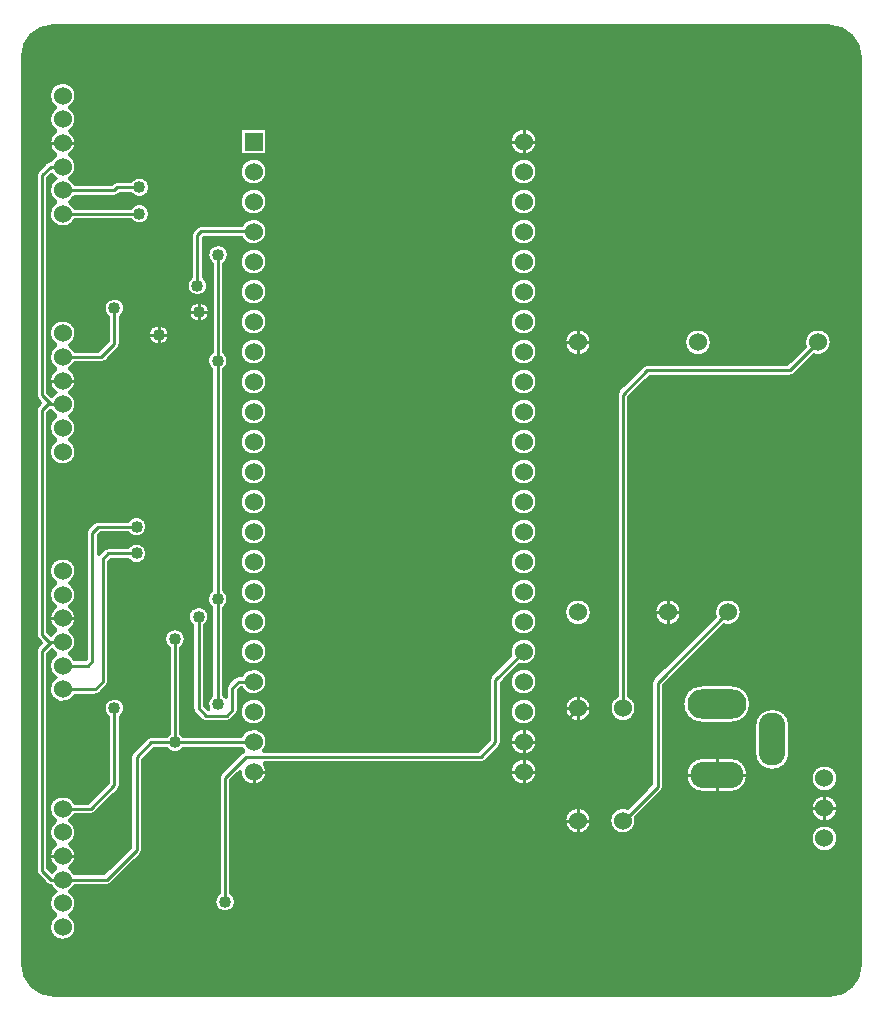
<source format=gbr>
G04 DesignSpark PCB Gerber Version 10.0 Build 5299*
G04 #@! TF.Part,Single*
G04 #@! TF.FileFunction,Copper,L2,Bot*
G04 #@! TF.FilePolarity,Positive*
%FSLAX35Y35*%
%MOIN*%
G04 #@! TA.AperFunction,ComponentPad*
%ADD76O,0.08858X0.17717*%
%ADD73R,0.06024X0.06024*%
G04 #@! TD.AperFunction*
%ADD10C,0.01000*%
%ADD27C,0.01200*%
G04 #@! TA.AperFunction,ViaPad*
%ADD28C,0.04000*%
G04 #@! TA.AperFunction,ComponentPad*
%ADD14C,0.06000*%
%ADD72C,0.06024*%
%ADD75O,0.17717X0.08858*%
%ADD74O,0.19685X0.09843*%
G04 #@! TD.AperFunction*
X0Y0D02*
D02*
D10*
X35009Y84261D02*
X32909D01*
X35009Y163494D02*
X32909D01*
X35009Y242726D02*
X32909D01*
X35009Y321958D02*
X32909D01*
X37509Y76387D02*
X52273D01*
X62116Y86230D01*
Y117234D01*
X67037Y122155D01*
X74911D01*
X37509Y139872D02*
X48336D01*
X50797Y142332D01*
Y183179D01*
X52765Y185147D01*
X62116D01*
X37509Y147746D02*
X45876D01*
X47352Y149222D01*
Y192037D01*
X49320Y194006D01*
X62116D01*
X37509Y155620D02*
X33572D01*
X30620Y152667D01*
Y79340D01*
X33572Y76387D01*
X37509D01*
Y234852D02*
X32588D01*
X30620Y232883D01*
Y158080D01*
X33080Y155620D01*
X37509D01*
Y250600D02*
X50305D01*
X54734Y255029D01*
Y266840D01*
X37509Y298336D02*
X63100D01*
X37509Y306210D02*
X54734D01*
X55718Y307194D01*
X63100D01*
X37509Y314084D02*
X33572D01*
X30620Y311131D01*
Y237805D01*
X33572Y234852D01*
X37509D01*
X40009Y84261D02*
X42109D01*
X40009Y163494D02*
X42109D01*
X40009Y242726D02*
X42109D01*
X40009Y321958D02*
X42109D01*
X54734Y133474D02*
Y107883D01*
X46860Y100009D01*
X37509D01*
X67998Y257982D02*
X65898D01*
X69498Y256482D02*
Y254382D01*
Y257982D02*
X81309D01*
X82982Y259655D01*
Y265561D01*
X69498Y259482D02*
Y261582D01*
X70998Y257982D02*
X73098D01*
X74911Y122155D02*
X100895D01*
X101131Y122391D01*
Y122411D01*
X74911Y122155D02*
Y156604D01*
X81482Y265561D02*
X79382D01*
X82429Y274390D02*
Y291260D01*
X83678Y292509D01*
X100605D01*
X100704Y292411D01*
X101131D01*
X82982Y264061D02*
Y261961D01*
Y267061D02*
Y269161D01*
X84482Y265561D02*
X86582D01*
X89183Y169891D02*
Y134950D01*
Y169891D02*
Y249398D01*
X89302Y284655D02*
Y249517D01*
X89183Y249398D01*
X91643Y69006D02*
Y110344D01*
X98533Y117234D01*
X176781D01*
X181702Y122155D01*
Y142982D01*
X191131Y152411D01*
X101131Y109899D02*
Y107799D01*
Y112411D02*
X191131D01*
X101131Y142411D02*
X96151D01*
X94104Y140364D01*
Y132982D01*
X92135Y131013D01*
X85246D01*
X82785Y133474D01*
Y163986D01*
X103643Y112411D02*
X105743D01*
X188620D02*
X186520D01*
X188620Y122411D02*
X186520D01*
X188620Y322411D02*
X186520D01*
X191131Y109899D02*
Y107799D01*
Y114923D02*
Y117023D01*
Y119899D02*
Y117799D01*
Y122411D02*
Y112411D01*
Y122411D02*
X198198D01*
X209261Y133474D01*
X191131Y124923D02*
Y127023D01*
Y319899D02*
Y317799D01*
Y324923D02*
Y327023D01*
X193643Y112411D02*
X195743D01*
X193643Y122411D02*
X195743D01*
X193643Y322411D02*
X195743D01*
X206761Y96072D02*
X204661D01*
X206761Y133474D02*
X204661D01*
X206761Y255521D02*
X204661D01*
X209261Y93572D02*
Y91472D01*
Y98572D02*
Y100672D01*
Y130974D02*
Y128874D01*
Y135974D02*
Y138074D01*
Y253021D02*
Y250921D01*
Y258021D02*
Y260121D01*
X211761Y96072D02*
X213861D01*
X211761Y133474D02*
X213861D01*
X211761Y255521D02*
X213861D01*
X224261Y96072D02*
X224517D01*
X235836Y107391D01*
Y142096D01*
X259261Y165521D01*
X224261Y133474D02*
Y238041D01*
X232391Y246171D01*
X279911D01*
X289261Y255521D01*
X236761Y165521D02*
X234661D01*
X239261Y163021D02*
Y160921D01*
Y168021D02*
Y170121D01*
X241761Y165521D02*
X243861D01*
X247163Y111328D02*
X245065D01*
X255521Y107399D02*
Y105301D01*
Y115257D02*
Y117356D01*
X263880Y111328D02*
X265978D01*
X288946Y100167D02*
X286846D01*
X291446Y97667D02*
Y95567D01*
Y102667D02*
Y104767D01*
X293946Y100167D02*
X296046D01*
D02*
D14*
X37509Y60639D03*
Y68513D03*
Y76387D03*
Y84261D03*
Y92135D03*
Y100009D03*
Y139872D03*
Y147746D03*
Y155620D03*
Y163494D03*
Y171368D03*
Y179242D03*
Y219104D03*
Y226978D03*
Y234852D03*
Y242726D03*
Y250600D03*
Y258474D03*
Y298336D03*
Y306210D03*
Y314084D03*
Y321958D03*
Y329832D03*
Y337706D03*
X209261Y96072D03*
Y133474D03*
Y165521D03*
Y255521D03*
X224261Y96072D03*
Y133474D03*
X239261Y165521D03*
X249261Y255521D03*
X259261Y165521D03*
X289261Y255521D03*
X291446Y90167D03*
Y100167D03*
Y110167D03*
D02*
D27*
X303257Y47844D02*
Y350502D01*
G75*
G03*
X292923Y360836I-10335J0D01*
G01*
X34065D01*
G75*
G03*
X24222Y350994I0J-9843D01*
G01*
Y48336D01*
G75*
G03*
X34557Y38002I10335J0D01*
G01*
X293415D01*
G75*
G03*
X303257Y47844I0J9843D01*
G01*
X97078Y294609D02*
G75*
G02*
X105743Y292411I4054J-2198D01*
G01*
G75*
G02*
X96977Y290409I-4612J0D01*
G01*
X84548D01*
X84529Y290390D01*
Y277314D01*
G75*
G02*
X86029Y274390I-2100J-2924D01*
G01*
G75*
G02*
X78829I-3600J0D01*
G01*
G75*
G02*
X80329Y277314I3600J0D01*
G01*
Y291260D01*
G75*
G02*
X80944Y292745I2100J0D01*
G01*
X82193Y293994D01*
G75*
G02*
X83681Y294609I1485J-1485D01*
G01*
X97078D01*
X97026Y144511D02*
G75*
G02*
X105743Y142411I4106J-2100D01*
G01*
G75*
G02*
X97026Y140311I-4612J0D01*
G01*
X97021D01*
X96204Y139494D01*
Y132982D01*
G75*
G02*
X95589Y131497I-2100J0D01*
G01*
X93620Y129528D01*
G75*
G02*
X92133Y128913I-1485J1485D01*
G01*
X85248D01*
G75*
G02*
X83761Y129528I-3J2100D01*
G01*
X81300Y131989D01*
G75*
G02*
X80685Y133474I1485J1485D01*
G01*
Y161062D01*
G75*
G02*
X79185Y163986I2100J2924D01*
G01*
G75*
G02*
X86385I3600J0D01*
G01*
G75*
G02*
X84885Y161062I-3600J0D01*
G01*
Y134344D01*
X86047Y133182D01*
G75*
G02*
X87083Y137874I3136J1769D01*
G01*
Y166967D01*
G75*
G02*
Y172815I2100J2924D01*
G01*
Y246474D01*
G75*
G02*
X87202Y252404I2100J2924D01*
G01*
Y281731D01*
G75*
G02*
X85702Y284655I2100J2924D01*
G01*
G75*
G02*
X92902I3600J0D01*
G01*
G75*
G02*
X91402Y281731I-3600J0D01*
G01*
Y252233D01*
G75*
G02*
X91283Y246474I-2219J-2835D01*
G01*
Y172815D01*
G75*
G02*
Y166967I-2100J-2924D01*
G01*
Y137874D01*
G75*
G02*
X92004Y137187I-2100J-2924D01*
G01*
Y140364D01*
G75*
G02*
X92619Y141849I2100J0D01*
G01*
X94666Y143896D01*
G75*
G02*
X96154Y144511I1485J-1485D01*
G01*
X97026D01*
X96520Y132411D02*
G75*
G02*
X105743I4612J0D01*
G01*
G75*
G02*
X96520I-4612J0D01*
G01*
Y152411D02*
G75*
G02*
X105743I4612J0D01*
G01*
G75*
G02*
X96520I-4612J0D01*
G01*
Y162411D02*
G75*
G02*
X105743I4612J0D01*
G01*
G75*
G02*
X96520I-4612J0D01*
G01*
Y172411D02*
G75*
G02*
X105743I4612J0D01*
G01*
G75*
G02*
X96520I-4612J0D01*
G01*
Y182411D02*
G75*
G02*
X105743I4612J0D01*
G01*
G75*
G02*
X96520I-4612J0D01*
G01*
Y192411D02*
G75*
G02*
X105743I4612J0D01*
G01*
G75*
G02*
X96520I-4612J0D01*
G01*
Y202411D02*
G75*
G02*
X105743I4612J0D01*
G01*
G75*
G02*
X96520I-4612J0D01*
G01*
Y212411D02*
G75*
G02*
X105743I4612J0D01*
G01*
G75*
G02*
X96520I-4612J0D01*
G01*
Y222411D02*
G75*
G02*
X105743I4612J0D01*
G01*
G75*
G02*
X96520I-4612J0D01*
G01*
Y232411D02*
G75*
G02*
X105743I4612J0D01*
G01*
G75*
G02*
X96520I-4612J0D01*
G01*
Y242411D02*
G75*
G02*
X105743I4612J0D01*
G01*
G75*
G02*
X96520I-4612J0D01*
G01*
Y252411D02*
G75*
G02*
X105743I4612J0D01*
G01*
G75*
G02*
X96520I-4612J0D01*
G01*
Y262411D02*
G75*
G02*
X105743I4612J0D01*
G01*
G75*
G02*
X96520I-4612J0D01*
G01*
Y272411D02*
G75*
G02*
X105743I4612J0D01*
G01*
G75*
G02*
X96520I-4612J0D01*
G01*
Y282411D02*
G75*
G02*
X105743I4612J0D01*
G01*
G75*
G02*
X96520I-4612J0D01*
G01*
X79382Y265561D02*
G75*
G02*
X86582I3600J0D01*
G01*
G75*
G02*
X79382I-3600J0D01*
G01*
X96520Y302411D02*
G75*
G02*
X105743I4612J0D01*
G01*
G75*
G02*
X96520I-4612J0D01*
G01*
Y312411D02*
G75*
G02*
X105743I4612J0D01*
G01*
G75*
G02*
X96520I-4612J0D01*
G01*
X96521Y327021D02*
X105742D01*
Y317801D01*
X96521D01*
Y327021D01*
X186520Y152411D02*
G75*
G02*
X195743I4612J0D01*
G01*
G75*
G02*
X189713Y148023I-4612J0D01*
G01*
X183802Y142112D01*
Y122155D01*
G75*
G02*
X183187Y120670I-2100J0D01*
G01*
X178266Y115749D01*
G75*
G02*
X176779Y115134I-1485J1485D01*
G01*
X104854D01*
G75*
G02*
X105743Y112411I-3722J-2723D01*
G01*
G75*
G02*
X96522Y112253I-4612J0D01*
G01*
X93743Y109474D01*
Y71930D01*
G75*
G02*
X95243Y69006I-2100J-2924D01*
G01*
G75*
G02*
X88043I-3600J0D01*
G01*
G75*
G02*
X89543Y71930I3600J0D01*
G01*
Y110344D01*
G75*
G02*
X90158Y111829I2100J0D01*
G01*
X97048Y118719D01*
G75*
G02*
X97815Y119207I1485J-1486D01*
G01*
G75*
G02*
X97167Y120055I3317J3204D01*
G01*
X77835D01*
G75*
G02*
X71987I-2924J2100D01*
G01*
X67907D01*
X64216Y116364D01*
Y86230D01*
G75*
G02*
X63601Y84745I-2100J0D01*
G01*
X53758Y74902D01*
G75*
G02*
X52271Y74287I-1485J1485D01*
G01*
X41602D01*
G75*
G02*
X39889Y72450I-4093J2100D01*
G01*
G75*
G02*
Y64576I-2379J-3937D01*
G01*
G75*
G02*
X42109Y60639I-2379J-3937D01*
G01*
G75*
G02*
X32909I-4600J0D01*
G01*
G75*
G02*
X35130Y64576I4600J0D01*
G01*
G75*
G02*
Y72450I2379J3937D01*
G01*
G75*
G02*
X33414Y74293I2379J3937D01*
G01*
G75*
G02*
X32087Y74902I159J2094D01*
G01*
X29135Y77855D01*
G75*
G02*
X28520Y79340I1485J1485D01*
G01*
Y152667D01*
G75*
G02*
X29135Y154152I2100J0D01*
G01*
X30357Y155374D01*
X29135Y156595D01*
G75*
G02*
X28520Y158080I1485J1485D01*
G01*
Y232883D01*
G75*
G02*
X29135Y234369I2100J0D01*
G01*
X30111Y235344D01*
X29135Y236320D01*
G75*
G02*
X28520Y237805I1485J1485D01*
G01*
Y311131D01*
G75*
G02*
X29135Y312617I2100J0D01*
G01*
X32087Y315569D01*
G75*
G02*
X33414Y316178I1485J-1485D01*
G01*
G75*
G02*
X35130Y318021I4096J-2094D01*
G01*
G75*
G02*
Y325895I2379J3937D01*
G01*
G75*
G02*
Y333769I2379J3937D01*
G01*
G75*
G02*
X32909Y337706I2379J3937D01*
G01*
G75*
G02*
X42109I4600J0D01*
G01*
G75*
G02*
X39889Y333769I-4600J0D01*
G01*
G75*
G02*
Y325895I-2379J-3937D01*
G01*
G75*
G02*
Y318021I-2379J-3937D01*
G01*
G75*
G02*
Y310147I-2379J-3937D01*
G01*
G75*
G02*
X41602Y308310I-2379J-3937D01*
G01*
X53864D01*
X54233Y308680D01*
G75*
G02*
X55720Y309294I1485J-1485D01*
G01*
X60176D01*
G75*
G02*
X66700Y307194I2924J-2100D01*
G01*
G75*
G02*
X60176Y305094I-3600J0D01*
G01*
X56588D01*
X56219Y304725D01*
G75*
G02*
X54731Y304110I-1485J1485D01*
G01*
X41602D01*
G75*
G02*
X39889Y302273I-4093J2100D01*
G01*
G75*
G02*
X41602Y300436I-2379J-3937D01*
G01*
X60176D01*
G75*
G02*
X66700Y298336I2924J-2100D01*
G01*
G75*
G02*
X60176Y296236I-3600J0D01*
G01*
X41602D01*
G75*
G02*
X32909Y298336I-4093J2100D01*
G01*
G75*
G02*
X35130Y302273I4600J0D01*
G01*
G75*
G02*
Y310147I2379J3937D01*
G01*
G75*
G02*
X33809Y311351I2379J3937D01*
G01*
X32720Y310262D01*
Y238674D01*
X33809Y237585D01*
G75*
G02*
X35130Y238789I3700J-2733D01*
G01*
G75*
G02*
Y246663I2379J3937D01*
G01*
G75*
G02*
Y254537I2379J3937D01*
G01*
G75*
G02*
X32909Y258474I2379J3937D01*
G01*
G75*
G02*
X42109I4600J0D01*
G01*
G75*
G02*
X39889Y254537I-4600J0D01*
G01*
G75*
G02*
X41602Y252700I-2379J-3937D01*
G01*
X49435D01*
X52634Y255899D01*
Y263916D01*
G75*
G02*
X51134Y266840I2100J2924D01*
G01*
G75*
G02*
X58334I3600J0D01*
G01*
G75*
G02*
X56834Y263916I-3600J0D01*
G01*
Y255029D01*
G75*
G02*
X56219Y253544I-2100J0D01*
G01*
X51790Y249115D01*
G75*
G02*
X50302Y248500I-1485J1485D01*
G01*
X41602D01*
G75*
G02*
X39889Y246663I-4093J2100D01*
G01*
G75*
G02*
Y238789I-2379J-3937D01*
G01*
G75*
G02*
Y230915I-2379J-3937D01*
G01*
G75*
G02*
Y223041I-2379J-3937D01*
G01*
G75*
G02*
X42109Y219104I-2379J-3937D01*
G01*
G75*
G02*
X32909I-4600J0D01*
G01*
G75*
G02*
X35130Y223041I4600J0D01*
G01*
G75*
G02*
Y230915I2379J3937D01*
G01*
G75*
G02*
X33431Y232725I2379J3937D01*
G01*
X32720Y232014D01*
Y158950D01*
X33610Y158060D01*
G75*
G02*
X35130Y159557I3900J-2441D01*
G01*
G75*
G02*
Y167431I2379J3937D01*
G01*
G75*
G02*
Y175305I2379J3937D01*
G01*
G75*
G02*
X32909Y179242I2379J3937D01*
G01*
G75*
G02*
X42109I4600J0D01*
G01*
G75*
G02*
X39889Y175305I-4600J0D01*
G01*
G75*
G02*
Y167431I-2379J-3937D01*
G01*
G75*
G02*
Y159557I-2379J-3937D01*
G01*
G75*
G02*
Y151683I-2379J-3937D01*
G01*
G75*
G02*
X41602Y149846I-2379J-3937D01*
G01*
X45006D01*
X45252Y150092D01*
Y192037D01*
G75*
G02*
X45867Y193522I2100J0D01*
G01*
X47835Y195491D01*
G75*
G02*
X49323Y196106I1485J-1485D01*
G01*
X59192D01*
G75*
G02*
X65716Y194006I2924J-2100D01*
G01*
G75*
G02*
X59192Y191906I-3600J0D01*
G01*
X50190D01*
X49452Y191167D01*
Y184804D01*
X51280Y186632D01*
G75*
G02*
X52768Y187247I1485J-1485D01*
G01*
X59192D01*
G75*
G02*
X65716Y185147I2924J-2100D01*
G01*
G75*
G02*
X59192Y183047I-3600J0D01*
G01*
X53635D01*
X52897Y182309D01*
Y142332D01*
G75*
G02*
X52282Y140847I-2100J0D01*
G01*
X49821Y138387D01*
G75*
G02*
X48334Y137772I-1485J1485D01*
G01*
X41602D01*
G75*
G02*
X32909Y139872I-4093J2100D01*
G01*
G75*
G02*
X35130Y143809I4600J0D01*
G01*
G75*
G02*
Y151683I2379J3937D01*
G01*
G75*
G02*
X33809Y152887I2379J3937D01*
G01*
X32720Y151797D01*
Y80210D01*
X33809Y79120D01*
G75*
G02*
X35130Y80324I3700J-2733D01*
G01*
G75*
G02*
Y88198I2379J3937D01*
G01*
G75*
G02*
Y96072I2379J3937D01*
G01*
G75*
G02*
X32909Y100009I2379J3937D01*
G01*
G75*
G02*
X41602Y102109I4600J0D01*
G01*
X45990D01*
X52634Y108753D01*
Y130550D01*
G75*
G02*
X51134Y133474I2100J2924D01*
G01*
G75*
G02*
X58334I3600J0D01*
G01*
G75*
G02*
X56834Y130550I-3600J0D01*
G01*
Y107883D01*
G75*
G02*
X56219Y106398I-2100J0D01*
G01*
X48345Y98524D01*
G75*
G02*
X46857Y97909I-1485J1485D01*
G01*
X41602D01*
G75*
G02*
X39889Y96072I-4093J2100D01*
G01*
G75*
G02*
Y88198I-2379J-3937D01*
G01*
G75*
G02*
Y80324I-2379J-3937D01*
G01*
G75*
G02*
X41602Y78487I-2379J-3937D01*
G01*
X51404D01*
X60016Y87100D01*
Y117234D01*
G75*
G02*
X60631Y118719I2100J0D01*
G01*
X65552Y123640D01*
G75*
G02*
X67039Y124255I1485J-1485D01*
G01*
X71987D01*
G75*
G02*
X72811Y125079I2924J-2100D01*
G01*
Y153680D01*
G75*
G02*
X71311Y156604I2100J2924D01*
G01*
G75*
G02*
X78511I3600J0D01*
G01*
G75*
G02*
X77011Y153680I-3600J0D01*
G01*
Y125079D01*
G75*
G02*
X77835Y124255I-2100J-2924D01*
G01*
X96904D01*
G75*
G02*
X105743Y122411I4227J-1844D01*
G01*
G75*
G02*
X104567Y119334I-4612J0D01*
G01*
X175911D01*
X179602Y123025D01*
Y142982D01*
G75*
G02*
X180217Y144467I2100J0D01*
G01*
X186743Y150993D01*
G75*
G02*
X186520Y152411I4389J1419D01*
G01*
Y112411D02*
G75*
G02*
X195743I4612J0D01*
G01*
G75*
G02*
X186520I-4612J0D01*
G01*
Y122411D02*
G75*
G02*
X195743I4612J0D01*
G01*
G75*
G02*
X186520I-4612J0D01*
G01*
Y132411D02*
G75*
G02*
X195743I4612J0D01*
G01*
G75*
G02*
X186520I-4612J0D01*
G01*
Y142411D02*
G75*
G02*
X195743I4612J0D01*
G01*
G75*
G02*
X186520I-4612J0D01*
G01*
X65898Y257982D02*
G75*
G02*
X73098I3600J0D01*
G01*
G75*
G02*
X65898I-3600J0D01*
G01*
X186520Y162411D02*
G75*
G02*
X195743I4612J0D01*
G01*
G75*
G02*
X186520I-4612J0D01*
G01*
Y172411D02*
G75*
G02*
X195743I4612J0D01*
G01*
G75*
G02*
X186520I-4612J0D01*
G01*
Y182411D02*
G75*
G02*
X195743I4612J0D01*
G01*
G75*
G02*
X186520I-4612J0D01*
G01*
Y192411D02*
G75*
G02*
X195743I4612J0D01*
G01*
G75*
G02*
X186520I-4612J0D01*
G01*
Y202411D02*
G75*
G02*
X195743I4612J0D01*
G01*
G75*
G02*
X186520I-4612J0D01*
G01*
Y212411D02*
G75*
G02*
X195743I4612J0D01*
G01*
G75*
G02*
X186520I-4612J0D01*
G01*
Y222411D02*
G75*
G02*
X195743I4612J0D01*
G01*
G75*
G02*
X186520I-4612J0D01*
G01*
Y232411D02*
G75*
G02*
X195743I4612J0D01*
G01*
G75*
G02*
X186520I-4612J0D01*
G01*
Y242411D02*
G75*
G02*
X195743I4612J0D01*
G01*
G75*
G02*
X186520I-4612J0D01*
G01*
Y252411D02*
G75*
G02*
X195743I4612J0D01*
G01*
G75*
G02*
X186520I-4612J0D01*
G01*
Y262411D02*
G75*
G02*
X195743I4612J0D01*
G01*
G75*
G02*
X186520I-4612J0D01*
G01*
Y272411D02*
G75*
G02*
X195743I4612J0D01*
G01*
G75*
G02*
X186520I-4612J0D01*
G01*
Y282411D02*
G75*
G02*
X195743I4612J0D01*
G01*
G75*
G02*
X186520I-4612J0D01*
G01*
Y292411D02*
G75*
G02*
X195743I4612J0D01*
G01*
G75*
G02*
X186520I-4612J0D01*
G01*
Y302411D02*
G75*
G02*
X195743I4612J0D01*
G01*
G75*
G02*
X186520I-4612J0D01*
G01*
Y312411D02*
G75*
G02*
X195743I4612J0D01*
G01*
G75*
G02*
X186520I-4612J0D01*
G01*
Y322411D02*
G75*
G02*
X195743I4612J0D01*
G01*
G75*
G02*
X186520I-4612J0D01*
G01*
X209261Y100672D02*
G75*
G02*
X213861Y96072I0J-4600D01*
G01*
G75*
G02*
X209261Y91472I-4600J0D01*
G01*
G75*
G02*
X204661Y96072I0J4600D01*
G01*
G75*
G02*
X209261Y100672I4600J0D01*
G01*
Y138074D02*
G75*
G02*
X213861Y133474I0J-4600D01*
G01*
G75*
G02*
X209261Y128874I-4600J0D01*
G01*
G75*
G02*
X204661Y133474I0J4600D01*
G01*
G75*
G02*
X209261Y138074I4600J0D01*
G01*
X204661Y165521D02*
G75*
G02*
X213861I4600J0D01*
G01*
G75*
G02*
X204661I-4600J0D01*
G01*
Y255521D02*
G75*
G02*
X213861I4600J0D01*
G01*
G75*
G02*
X204661I-4600J0D01*
G01*
X254661Y165521D02*
G75*
G02*
X263861I4600J0D01*
G01*
G75*
G02*
X257852Y161143I-4600J0D01*
G01*
X237936Y141226D01*
Y107391D01*
G75*
G02*
X237321Y105906I-2100J0D01*
G01*
X228699Y97284D01*
G75*
G02*
X224261Y91472I-4437J-1212D01*
G01*
G75*
G02*
X219661Y96072I0J4600D01*
G01*
G75*
G02*
X225861Y100385I4600J0D01*
G01*
X233736Y108261D01*
Y142096D01*
G75*
G02*
X234351Y143581I2100J0D01*
G01*
X254883Y164112D01*
G75*
G02*
X254661Y165521I4379J1409D01*
G01*
X260443Y141470D02*
G75*
G02*
Y128431I0J-6520D01*
G01*
X250600D01*
G75*
G02*
Y141470I0J6520D01*
G01*
X260443D01*
X259950Y117356D02*
G75*
G02*
Y105301I0J-6028D01*
G01*
X251092D01*
G75*
G02*
Y117356I0J6028D01*
G01*
X259950D01*
X284661Y255521D02*
G75*
G02*
X293861I4600J0D01*
G01*
G75*
G02*
X287852Y251143I-4600J0D01*
G01*
X281396Y244686D01*
G75*
G02*
X279909Y244071I-1485J1485D01*
G01*
X233261D01*
X226361Y237171D01*
Y137567D01*
G75*
G02*
X224261Y128874I-2100J-4093D01*
G01*
G75*
G02*
X222161Y137567I0J4600D01*
G01*
Y238041D01*
G75*
G02*
X222776Y239526I2100J0D01*
G01*
X230906Y247656D01*
G75*
G02*
X232394Y248271I1485J-1485D01*
G01*
X279041D01*
X284883Y254112D01*
G75*
G02*
X284661Y255521I4379J1409D01*
G01*
X286846Y90167D02*
G75*
G02*
X296046I4600J0D01*
G01*
G75*
G02*
X286846I-4600J0D01*
G01*
Y100167D02*
G75*
G02*
X296046I4600J0D01*
G01*
G75*
G02*
X286846I-4600J0D01*
G01*
Y110167D02*
G75*
G02*
X296046I4600J0D01*
G01*
G75*
G02*
X286846I-4600J0D01*
G01*
X234661Y165521D02*
G75*
G02*
X243861I4600J0D01*
G01*
G75*
G02*
X234661I-4600J0D01*
G01*
X267998Y127569D02*
G75*
G02*
X280053I6028J0D01*
G01*
Y118710D01*
G75*
G02*
X267998I-6028J0D01*
G01*
Y127569D01*
X244661Y255521D02*
G75*
G02*
X253861I4600J0D01*
G01*
G75*
G02*
X244661I-4600J0D01*
G01*
X24822Y90167D02*
G36*
X24822Y90167D02*
Y44866D01*
G75*
G03*
X31087Y38602I9735J3470D01*
G01*
X296799D01*
G75*
G03*
X302657Y44460I-3384J9242D01*
G01*
Y90167D01*
X296046D01*
G75*
G02*
X286846I-4600J0D01*
G01*
X93743D01*
Y71930D01*
G75*
G02*
X95243Y69006I-2099J-2924D01*
G01*
Y69006D01*
G75*
G02*
X88043I-3600J0D01*
G01*
Y69006D01*
G75*
G02*
X89543Y71930I3599J0D01*
G01*
Y90167D01*
X64216D01*
Y86230D01*
G75*
G02*
X63601Y84745I-2102J0D01*
G01*
X53758Y74902D01*
G75*
G02*
X52271Y74287I-1485J1486D01*
G01*
X41602D01*
G75*
G02*
X39889Y72450I-4090J2097D01*
G01*
G75*
G02*
X42109Y68513I-2379J-3937D01*
G01*
G75*
G02*
X39889Y64576I-4600J0D01*
G01*
G75*
G02*
X42109Y60640I-2378J-3936D01*
G01*
G75*
G02*
Y60639I-4101J0D01*
G01*
G75*
G02*
X32909I-4600J0D01*
G01*
G75*
G02*
Y60640I4101J0D01*
G01*
G75*
G02*
X35130Y64576I4599J0D01*
G01*
G75*
G02*
X32909Y68513I2379J3937D01*
G01*
G75*
G02*
X35130Y72450I4600J0D01*
G01*
G75*
G02*
X33414Y74293I2376J3933D01*
G01*
G75*
G02*
X32087Y74902I158J2093D01*
G01*
X29135Y77855D01*
G75*
G02*
X28520Y79340I1487J1485D01*
G01*
Y90167D01*
X24822D01*
G37*
X32720D02*
G36*
X32720Y90167D02*
Y80210D01*
X33809Y79120D01*
G75*
G02*
X35130Y80324I3699J-2732D01*
G01*
G75*
G02*
X32909Y84261I2379J3937D01*
G01*
G75*
G02*
X35130Y88198I4600J0D01*
G01*
G75*
G02*
X33352Y90167I2379J3937D01*
G01*
X32720D01*
G37*
X39889Y80324D02*
G36*
X39889Y80324D02*
G75*
G02*
X41602Y78487I-2377J-3934D01*
G01*
X51404D01*
X60016Y87100D01*
Y90167D01*
X41667D01*
G75*
G02*
X39889Y88198I-4157J1969D01*
G01*
G75*
G02*
X42109Y84261I-2379J-3937D01*
G01*
G75*
G02*
X39889Y80324I-4600J0D01*
G01*
G37*
X24822Y96072D02*
G36*
X24822Y96072D02*
Y90167D01*
X28520D01*
Y96072D01*
X24822D01*
G37*
X32720D02*
G36*
X32720Y96072D02*
Y90167D01*
X33352D01*
G75*
G02*
X32909Y92135I4157J1969D01*
G01*
G75*
G02*
X35130Y96072I4600J0D01*
G01*
X32720D01*
G37*
X42109Y92135D02*
G36*
X42109Y92135D02*
G75*
G02*
X41667Y90167I-4600J0D01*
G01*
X60016D01*
Y96072D01*
X39889D01*
G75*
G02*
X42109Y92135I-2379J-3937D01*
G01*
G37*
X64216Y96072D02*
G36*
X64216Y96072D02*
Y90167D01*
X89543D01*
Y96072D01*
X64216D01*
G37*
X93743D02*
G36*
X93743Y96072D02*
Y90167D01*
X286846D01*
G75*
G02*
X296046I4600J0D01*
G01*
X302657D01*
Y96072D01*
X293543D01*
G75*
G02*
X289350I-2096J4094D01*
G01*
X228861D01*
G75*
G02*
X224261Y91472I-4600J0D01*
G01*
G75*
G02*
X219661Y96072I0J4600D01*
G01*
Y96072D01*
X213861D01*
Y96072D01*
G75*
G02*
X209261Y91472I-4600J0D01*
G01*
G75*
G02*
X204661Y96072I0J4600D01*
G01*
Y96072D01*
X93743D01*
G37*
X24822Y100167D02*
G36*
X24822Y100167D02*
Y96072D01*
X28520D01*
Y100167D01*
X24822D01*
G37*
X32720D02*
G36*
X32720Y100167D02*
Y96072D01*
X35130D01*
G75*
G02*
X32909Y100009I2378J3936D01*
G01*
G75*
G02*
X32912Y100167I4602J-1D01*
G01*
X32720D01*
G37*
X41602Y97909D02*
G36*
X41602Y97909D02*
G75*
G02*
X39889Y96072I-4090J2097D01*
G01*
X60016D01*
Y100167D01*
X49987D01*
X48345Y98524D01*
G75*
G02*
X46857Y97909I-1485J1486D01*
G01*
X41602D01*
G37*
X64216Y100167D02*
G36*
X64216Y100167D02*
Y96072D01*
X89543D01*
Y100167D01*
X64216D01*
G37*
X93743D02*
G36*
X93743Y100167D02*
Y96072D01*
X204661D01*
Y96073D01*
G75*
G02*
X207165Y100167I4600J0D01*
G01*
X93743D01*
G37*
X213861Y96073D02*
G36*
X213861Y96073D02*
Y96072D01*
X219661D01*
G75*
G02*
X222165Y100167I4600J0D01*
G01*
X211358D01*
G75*
G02*
X213861Y96073I-2096J-4094D01*
G01*
G37*
X228699Y97284D02*
G36*
X228699Y97284D02*
G75*
G02*
X228861Y96072I-4437J-1212D01*
G01*
X289350D01*
G75*
G02*
X286846Y100167I2096J4094D01*
G01*
X231581D01*
X228699Y97284D01*
G37*
X296046Y100167D02*
G36*
X296046Y100167D02*
G75*
G02*
X293543Y96072I-4600J0D01*
G01*
X302657D01*
Y100167D01*
X296046D01*
G37*
X24822Y112411D02*
G36*
X24822Y112411D02*
Y100167D01*
X28520D01*
Y112411D01*
X24822D01*
G37*
X32720D02*
G36*
X32720Y112411D02*
Y100167D01*
X32912D01*
G75*
G02*
X41602Y102109I4597J-157D01*
G01*
X45990D01*
X52634Y108753D01*
Y112411D01*
X32720D01*
G37*
X56219Y106398D02*
G36*
X56219Y106398D02*
X49987Y100167D01*
X60016D01*
Y112411D01*
X56834D01*
Y107883D01*
G75*
G02*
X56219Y106398I-2102J0D01*
G01*
G37*
X64216Y112411D02*
G36*
X64216Y112411D02*
Y100167D01*
X89543D01*
Y110344D01*
G75*
G02*
X90158Y111829I2102J0D01*
G01*
X90740Y112411D01*
X64216D01*
G37*
X93743Y109474D02*
G36*
X93743Y109474D02*
Y100167D01*
X207165D01*
G75*
G02*
X209261Y100672I2096J-4094D01*
G01*
G75*
G02*
X211358Y100167I0J-4600D01*
G01*
X222165D01*
G75*
G02*
X225861Y100385I2096J-4094D01*
G01*
X233736Y108261D01*
Y112411D01*
X195743D01*
G75*
G02*
X186520I-4612J0D01*
G01*
X105743D01*
G75*
G02*
X96522Y112253I-4612J0D01*
G01*
X93743Y109474D01*
G37*
X237321Y105906D02*
G36*
X237321Y105906D02*
X231581Y100167D01*
X286846D01*
G75*
G02*
X296046I4600J0D01*
G01*
X302657D01*
Y112411D01*
X295462D01*
G75*
G02*
X296046Y110167I-4015J-2244D01*
G01*
G75*
G02*
X286846I-4600J0D01*
G01*
G75*
G02*
X287431Y112411I4600J0D01*
G01*
X265880D01*
G75*
G02*
X265978Y111328I-5930J-1083D01*
G01*
G75*
G02*
X259950Y105301I-6028J0D01*
G01*
X251092D01*
G75*
G02*
X245065Y111328I0J6028D01*
G01*
G75*
G02*
X245163Y112411I6028J0D01*
G01*
X237936D01*
Y107391D01*
G75*
G02*
X237321Y105906I-2102J0D01*
G01*
G37*
X24822Y122411D02*
G36*
X24822Y122411D02*
Y112411D01*
X28520D01*
Y122411D01*
X24822D01*
G37*
X32720D02*
G36*
X32720Y122411D02*
Y112411D01*
X52634D01*
Y122411D01*
X32720D01*
G37*
X56834D02*
G36*
X56834Y122411D02*
Y112411D01*
X60016D01*
Y117234D01*
G75*
G02*
X60631Y118719I2102J0D01*
G01*
X64323Y122411D01*
X56834D01*
G37*
X64216Y116364D02*
G36*
X64216Y116364D02*
Y112411D01*
X90740D01*
X97048Y118719D01*
G75*
G02*
X97815Y119207I1483J-1483D01*
G01*
G75*
G02*
X97167Y120055I3310J3199D01*
G01*
X77835D01*
G75*
G02*
X71987I-2924J2100D01*
G01*
X67907D01*
X64216Y116364D01*
G37*
X105743Y122411D02*
G36*
X105743Y122411D02*
G75*
G02*
X104567Y119334I-4613J0D01*
G01*
X175911D01*
X178989Y122411D01*
X105743D01*
G37*
Y112412D02*
G36*
X105743Y112412D02*
G75*
G02*
Y112411I-4511J0D01*
G01*
X186520D01*
G75*
G02*
X195743I4612J0D01*
G01*
X233736D01*
Y122411D01*
X195743D01*
G75*
G02*
X186520I-4612J0D01*
G01*
X183802D01*
Y122155D01*
G75*
G02*
X183187Y120670I-2102J0D01*
G01*
X178266Y115749D01*
G75*
G02*
X176779Y115134I-1485J1486D01*
G01*
X104854D01*
G75*
G02*
X105743Y112412I-3719J-2722D01*
G01*
G37*
X237936Y122411D02*
G36*
X237936Y122411D02*
Y112411D01*
X245163D01*
G75*
G02*
X251092Y117356I5930J-1083D01*
G01*
X259950D01*
G75*
G02*
X265880Y112411I0J-6028D01*
G01*
X287431D01*
G75*
G02*
X295462I4015J-2244D01*
G01*
X302657D01*
Y122411D01*
X280053D01*
Y118710D01*
G75*
G02*
X267998I-6028J0D01*
G01*
Y122411D01*
X237936D01*
G37*
X24822Y132411D02*
G36*
X24822Y132411D02*
Y122411D01*
X28520D01*
Y132411D01*
X24822D01*
G37*
X32720D02*
G36*
X32720Y132411D02*
Y122411D01*
X52634D01*
Y130550D01*
G75*
G02*
X51294Y132411I2099J2923D01*
G01*
X32720D01*
G37*
X56834Y130550D02*
G36*
X56834Y130550D02*
Y122411D01*
X64323D01*
X65552Y123640D01*
G75*
G02*
X67039Y124255I1485J-1486D01*
G01*
X71987D01*
G75*
G02*
X72811Y125079I2917J-2093D01*
G01*
Y132411D01*
X58173D01*
G75*
G02*
X56834Y130550I-3439J1062D01*
G01*
G37*
X77011Y132411D02*
G36*
X77011Y132411D02*
Y125079D01*
G75*
G02*
X77835Y124255I-2093J-2917D01*
G01*
X96904D01*
G75*
G02*
X105743Y122411I4227J-1844D01*
G01*
X178989D01*
X179602Y123025D01*
Y132411D01*
X105743D01*
G75*
G02*
X96520I-4612J0D01*
G01*
X96125D01*
G75*
G02*
X95589Y131497I-2022J571D01*
G01*
X93620Y129528D01*
G75*
G02*
X92133Y128913I-1485J1486D01*
G01*
X85248D01*
G75*
G02*
X83761Y129528I-2J2101D01*
G01*
X81300Y131989D01*
G75*
G02*
X80974Y132411I1487J1485D01*
G01*
X77011D01*
G37*
X183802D02*
G36*
X183802Y132411D02*
Y122411D01*
X186520D01*
G75*
G02*
X195743I4612J0D01*
G01*
X233736D01*
Y132411D01*
X228737D01*
G75*
G02*
X224261Y128874I-4476J1063D01*
G01*
G75*
G02*
X219786Y132411I0J4600D01*
G01*
X213737D01*
G75*
G02*
X209261Y128874I-4475J1063D01*
G01*
G75*
G02*
X204786Y132411I0J4600D01*
G01*
X195743D01*
G75*
G02*
X186520I-4612J0D01*
G01*
X183802D01*
G37*
X237936D02*
G36*
X237936Y132411D02*
Y122411D01*
X267998D01*
Y127569D01*
G75*
G02*
X270436Y132411I6028J0D01*
G01*
X266447D01*
G75*
G02*
X260443Y128431I-6005J2539D01*
G01*
X250600D01*
G75*
G02*
X244595Y132411I0J6520D01*
G01*
X237936D01*
G37*
X280053Y127569D02*
G36*
X280053Y127569D02*
Y122411D01*
X302657D01*
Y132411D01*
X277614D01*
G75*
G02*
X280053Y127569I-3589J-4843D01*
G01*
G37*
X24822Y142411D02*
G36*
X24822Y142411D02*
Y132411D01*
X28520D01*
Y142411D01*
X24822D01*
G37*
X32720D02*
G36*
X32720Y142411D02*
Y132411D01*
X51294D01*
G75*
G02*
X51134Y133474I3439J1063D01*
G01*
Y133474D01*
G75*
G02*
X58334I3600J0D01*
G01*
Y133474D01*
G75*
G02*
X58173Y132411I-3599J1D01*
G01*
X72811D01*
Y142411D01*
X52897D01*
Y142332D01*
G75*
G02*
X52282Y140847I-2102J0D01*
G01*
X49821Y138387D01*
G75*
G02*
X48334Y137772I-1485J1486D01*
G01*
X41602D01*
G75*
G02*
X32909Y139872I-4093J2100D01*
G01*
G75*
G02*
X33674Y142411I4599J1D01*
G01*
X32720D01*
G37*
X77011D02*
G36*
X77011Y142411D02*
Y132411D01*
X80974D01*
G75*
G02*
X80685Y133474I1813J1063D01*
G01*
Y142411D01*
X77011D01*
G37*
X84885D02*
G36*
X84885Y142411D02*
Y134344D01*
X86047Y133182D01*
G75*
G02*
X85583Y134950I3137J1769D01*
G01*
G75*
G02*
X87083Y137874I3600J0D01*
G01*
Y142411D01*
X84885D01*
G37*
X91283D02*
G36*
X91283Y142411D02*
Y137874D01*
G75*
G02*
X92004Y137187I-2099J-2924D01*
G01*
Y140364D01*
G75*
G02*
X92619Y141849I2102J0D01*
G01*
X93181Y142411D01*
X91283D01*
G37*
X96204Y132982D02*
G36*
X96204Y132982D02*
G75*
G02*
X96125Y132411I-2102J0D01*
G01*
X96520D01*
G75*
G02*
X105743I4612J0D01*
G01*
X179602D01*
Y142411D01*
X105743D01*
G75*
G02*
X97026Y140311I-4612J0D01*
G01*
X97021D01*
X96204Y139494D01*
Y132982D01*
G37*
X183802Y142112D02*
G36*
X183802Y142112D02*
Y132411D01*
X186520D01*
G75*
G02*
X195743I4612J0D01*
G01*
X204786D01*
G75*
G02*
X204661Y133474I4475J1063D01*
G01*
Y133474D01*
Y133474D01*
G75*
G02*
X209261Y138074I4600J0D01*
G01*
G75*
G02*
X213861Y133474I0J-4600D01*
G01*
Y133474D01*
Y133474D01*
G75*
G02*
X213737Y132411I-4599J0D01*
G01*
X219786D01*
G75*
G02*
X219661Y133474I4476J1063D01*
G01*
G75*
G02*
X222161Y137567I4600J0D01*
G01*
Y142411D01*
X195743D01*
G75*
G02*
X186520I-4612J0D01*
G01*
X184101D01*
X183802Y142112D01*
G37*
X226361Y142411D02*
G36*
X226361Y142411D02*
Y137567D01*
G75*
G02*
X228861Y133474I-2100J-4093D01*
G01*
G75*
G02*
X228737Y132411I-4600J0D01*
G01*
X233736D01*
Y142096D01*
G75*
G02*
X233760Y142411I2101J1D01*
G01*
X226361D01*
G37*
X237936Y141226D02*
G36*
X237936Y141226D02*
Y132411D01*
X244595D01*
G75*
G02*
X244080Y134950I6005J2540D01*
G01*
G75*
G02*
X250600Y141470I6520J0D01*
G01*
X260443D01*
G75*
G02*
X266962Y134950I0J-6520D01*
G01*
G75*
G02*
X266447Y132411I-6520J0D01*
G01*
X270436D01*
G75*
G02*
X277614I3589J-4843D01*
G01*
X302657D01*
Y142411D01*
X239121D01*
X237936Y141226D01*
G37*
X24822Y152411D02*
G36*
X24822Y152411D02*
Y142411D01*
X28520D01*
Y152411D01*
X24822D01*
G37*
X32720Y151797D02*
G36*
X32720Y151797D02*
Y142411D01*
X33674D01*
G75*
G02*
X35130Y143809I3834J-2539D01*
G01*
G75*
G02*
X32909Y147746I2379J3937D01*
G01*
G75*
G02*
X35130Y151683I4600J0D01*
G01*
G75*
G02*
X34213Y152411I2378J3936D01*
G01*
X33334D01*
X32720Y151797D01*
G37*
X40806Y152411D02*
G36*
X40806Y152411D02*
G75*
G02*
X39889Y151683I-3296J3209D01*
G01*
G75*
G02*
X41602Y149846I-2377J-3934D01*
G01*
X45006D01*
X45252Y150092D01*
Y152411D01*
X40806D01*
G37*
X52897D02*
G36*
X52897Y152411D02*
Y142411D01*
X72811D01*
Y152411D01*
X52897D01*
G37*
X77011D02*
G36*
X77011Y152411D02*
Y142411D01*
X80685D01*
Y152411D01*
X77011D01*
G37*
X84885D02*
G36*
X84885Y152411D02*
Y142411D01*
X87083D01*
Y152411D01*
X84885D01*
G37*
X91283D02*
G36*
X91283Y152411D02*
Y142411D01*
X93181D01*
X94666Y143896D01*
G75*
G02*
X96154Y144511I1485J-1486D01*
G01*
X97026D01*
G75*
G02*
X105743Y142411I4106J-2100D01*
G01*
X179602D01*
Y142982D01*
G75*
G02*
X180217Y144467I2102J0D01*
G01*
X186743Y150993D01*
G75*
G02*
X186520Y152411I4390J1419D01*
G01*
X105743D01*
G75*
G02*
X96520I-4612J0D01*
G01*
X91283D01*
G37*
X184101Y142411D02*
G36*
X184101Y142411D02*
X186520D01*
G75*
G02*
X195743I4612J0D01*
G01*
X222161D01*
Y152411D01*
X195743D01*
G75*
G02*
X189713Y148023I-4612J1D01*
G01*
X184101Y142411D01*
G37*
X226361Y152411D02*
G36*
X226361Y152411D02*
Y142411D01*
X233760D01*
G75*
G02*
X234351Y143581I2078J-316D01*
G01*
X243181Y152411D01*
X226361D01*
G37*
X249121D02*
G36*
X249121Y152411D02*
X239121Y142411D01*
X302657D01*
Y152411D01*
X249121D01*
G37*
X24822Y162411D02*
G36*
X24822Y162411D02*
Y152411D01*
X28520D01*
Y152667D01*
G75*
G02*
X29135Y154152I2102J0D01*
G01*
X30357Y155374D01*
X29135Y156595D01*
G75*
G02*
X28520Y158080I1487J1485D01*
G01*
Y162411D01*
X24822D01*
G37*
X32720D02*
G36*
X32720Y162411D02*
Y158950D01*
X33610Y158060D01*
G75*
G02*
X35130Y159557I3903J-2444D01*
G01*
G75*
G02*
X33039Y162411I2379J3937D01*
G01*
X32720D01*
G37*
X33809Y152887D02*
G36*
X33809Y152887D02*
X33334Y152411D01*
X34213D01*
G75*
G02*
X33809Y152887I3296J3208D01*
G01*
G37*
X41980Y162411D02*
G36*
X41980Y162411D02*
G75*
G02*
X39889Y159557I-4471J1083D01*
G01*
G75*
G02*
X42109Y155620I-2379J-3937D01*
G01*
G75*
G02*
X40806Y152411I-4600J0D01*
G01*
X45252D01*
Y162411D01*
X41980D01*
G37*
X52897D02*
G36*
X52897Y162411D02*
Y152411D01*
X72811D01*
Y153680D01*
G75*
G02*
X71311Y156604I2099J2924D01*
G01*
Y156604D01*
G75*
G02*
X78511I3600J0D01*
G01*
Y156604D01*
G75*
G02*
X77011Y153680I-3599J0D01*
G01*
Y152411D01*
X80685D01*
Y161062D01*
G75*
G02*
X79548Y162411I2099J2924D01*
G01*
X52897D01*
G37*
X84885Y161062D02*
G36*
X84885Y161062D02*
Y152411D01*
X87083D01*
Y162411D01*
X86022D01*
G75*
G02*
X84885Y161062I-3237J1574D01*
G01*
G37*
X91283Y162411D02*
G36*
X91283Y162411D02*
Y152411D01*
X96520D01*
G75*
G02*
X105743I4612J0D01*
G01*
X186520D01*
G75*
G02*
X195743I4612J0D01*
G01*
X222161D01*
Y162411D01*
X212650D01*
G75*
G02*
X205872I-3389J3110D01*
G01*
X195743D01*
G75*
G02*
X186520I-4612J0D01*
G01*
X105743D01*
G75*
G02*
X96520I-4612J0D01*
G01*
X91283D01*
G37*
X226361D02*
G36*
X226361Y162411D02*
Y152411D01*
X243181D01*
X253181Y162411D01*
X242650D01*
G75*
G02*
X235872I-3389J3110D01*
G01*
X226361D01*
G37*
X257852Y161143D02*
G36*
X257852Y161143D02*
X249121Y152411D01*
X302657D01*
Y162411D01*
X262651D01*
G75*
G02*
X257852Y161143I-3389J3110D01*
G01*
G37*
X24822Y172411D02*
G36*
X24822Y172411D02*
Y162411D01*
X28520D01*
Y172411D01*
X24822D01*
G37*
X32720D02*
G36*
X32720Y172411D02*
Y162411D01*
X33039D01*
G75*
G02*
X32909Y163494I4471J1082D01*
G01*
G75*
G02*
X35130Y167431I4600J0D01*
G01*
G75*
G02*
X32909Y171368I2379J3937D01*
G01*
G75*
G02*
X33029Y172411I4600J1D01*
G01*
X32720D01*
G37*
X42109Y163494D02*
G36*
X42109Y163494D02*
G75*
G02*
X41980Y162411I-4600J0D01*
G01*
X45252D01*
Y172411D01*
X41990D01*
G75*
G02*
X42109Y171368I-4481J-1043D01*
G01*
G75*
G02*
X39889Y167431I-4600J0D01*
G01*
G75*
G02*
X42109Y163494I-2379J-3937D01*
G01*
G37*
X52897Y172411D02*
G36*
X52897Y172411D02*
Y162411D01*
X79548D01*
G75*
G02*
X79185Y163985I3237J1574D01*
G01*
Y163986D01*
G75*
G02*
X86385I3600J0D01*
G01*
Y163985D01*
G75*
G02*
X86022Y162411I-3599J0D01*
G01*
X87083D01*
Y166967D01*
G75*
G02*
X85583Y169891I2100J2924D01*
G01*
G75*
G02*
X86611Y172411I3600J0D01*
G01*
X52897D01*
G37*
X91283Y166967D02*
G36*
X91283Y166967D02*
Y162411D01*
X96520D01*
G75*
G02*
X105743I4612J0D01*
G01*
X186520D01*
G75*
G02*
X195743I4612J0D01*
G01*
X205872D01*
G75*
G02*
X204661Y165521I3389J3111D01*
G01*
G75*
G02*
X213861I4600J0D01*
G01*
G75*
G02*
X212650Y162411I-4600J0D01*
G01*
X222161D01*
Y172411D01*
X195743D01*
G75*
G02*
X186520I-4612J0D01*
G01*
X105743D01*
G75*
G02*
X96520I-4612J0D01*
G01*
X91754D01*
G75*
G02*
X92783Y169891I-2571J-2520D01*
G01*
G75*
G02*
X91283Y166967I-3600J0D01*
G01*
G37*
X226361Y172411D02*
G36*
X226361Y172411D02*
Y162411D01*
X235872D01*
G75*
G02*
X234661Y165521I3389J3111D01*
G01*
G75*
G02*
X243861I4600J0D01*
G01*
G75*
G02*
X242650Y162411I-4600J0D01*
G01*
X253181D01*
X254883Y164112D01*
G75*
G02*
X254661Y165519I4362J1407D01*
G01*
G75*
G02*
Y165521I5013J1D01*
G01*
G75*
G02*
X263861I4600J0D01*
G01*
G75*
G02*
X262651Y162411I-4600J0D01*
G01*
X302657D01*
Y172411D01*
X226361D01*
G37*
X24822Y182411D02*
G36*
X24822Y182411D02*
Y172411D01*
X28520D01*
Y182411D01*
X24822D01*
G37*
X32720D02*
G36*
X32720Y182411D02*
Y172411D01*
X33029D01*
G75*
G02*
X35130Y175305I4480J-1044D01*
G01*
G75*
G02*
X32909Y179241I2378J3936D01*
G01*
G75*
G02*
Y179242I4101J0D01*
G01*
G75*
G02*
X34176Y182411I4600J0D01*
G01*
X32720D01*
G37*
X39889Y175305D02*
G36*
X39889Y175305D02*
G75*
G02*
X41990Y172411I-2379J-3937D01*
G01*
X45252D01*
Y182411D01*
X40843D01*
G75*
G02*
X42109Y179242I-3334J-3169D01*
G01*
G75*
G02*
Y179241I-4101J0D01*
G01*
G75*
G02*
X39889Y175305I-4599J0D01*
G01*
G37*
X52897Y182309D02*
G36*
X52897Y182309D02*
Y172411D01*
X86611D01*
G75*
G02*
X87083Y172815I2571J-2520D01*
G01*
Y182411D01*
X64455D01*
G75*
G02*
X59776I-2339J2736D01*
G01*
X52999D01*
X52897Y182309D01*
G37*
X91283Y182411D02*
G36*
X91283Y182411D02*
Y172815D01*
G75*
G02*
X91754Y172411I-2100J-2924D01*
G01*
X96520D01*
G75*
G02*
X105743I4612J0D01*
G01*
X186520D01*
G75*
G02*
X195743I4612J0D01*
G01*
X222161D01*
Y182411D01*
X195743D01*
G75*
G02*
X186520I-4612J0D01*
G01*
X105743D01*
G75*
G02*
X96520I-4612J0D01*
G01*
X91283D01*
G37*
X226361D02*
G36*
X226361Y182411D02*
Y172411D01*
X302657D01*
Y182411D01*
X226361D01*
G37*
X24822Y192411D02*
G36*
X24822Y192411D02*
Y182411D01*
X28520D01*
Y192411D01*
X24822D01*
G37*
X32720D02*
G36*
X32720Y192411D02*
Y182411D01*
X34176D01*
G75*
G02*
X40843I3334J-3169D01*
G01*
X45252D01*
Y192037D01*
G75*
G02*
X45285Y192411I2102J0D01*
G01*
X32720D01*
G37*
X49452Y191167D02*
G36*
X49452Y191167D02*
Y184804D01*
X51280Y186632D01*
G75*
G02*
X52768Y187247I1485J-1486D01*
G01*
X59192D01*
G75*
G02*
X65716Y185147I2924J-2100D01*
G01*
G75*
G02*
X64455Y182411I-3600J0D01*
G01*
X87083D01*
Y192411D01*
X65343D01*
G75*
G02*
X59192Y191906I-3228J1594D01*
G01*
X50190D01*
X49452Y191167D01*
G37*
X53635Y183047D02*
G36*
X53635Y183047D02*
X52999Y182411D01*
X59776D01*
G75*
G02*
X59192Y183047I2339J2737D01*
G01*
X53635D01*
G37*
X91283Y192411D02*
G36*
X91283Y192411D02*
Y182411D01*
X96520D01*
G75*
G02*
X105743I4612J0D01*
G01*
X186520D01*
G75*
G02*
X195743I4612J0D01*
G01*
X222161D01*
Y192411D01*
X195743D01*
G75*
G02*
X186520I-4612J0D01*
G01*
X105743D01*
G75*
G02*
X96520I-4612J0D01*
G01*
X91283D01*
G37*
X226361D02*
G36*
X226361Y192411D02*
Y182411D01*
X302657D01*
Y192411D01*
X226361D01*
G37*
X24822Y202411D02*
G36*
X24822Y202411D02*
Y192411D01*
X28520D01*
Y202411D01*
X24822D01*
G37*
X32720D02*
G36*
X32720Y202411D02*
Y192411D01*
X45285D01*
G75*
G02*
X45867Y193522I2068J-374D01*
G01*
X47835Y195491D01*
G75*
G02*
X49323Y196106I1485J-1486D01*
G01*
X59192D01*
G75*
G02*
X65716Y194006I2924J-2100D01*
G01*
G75*
G02*
X65343Y192411I-3600J0D01*
G01*
X87083D01*
Y202411D01*
X32720D01*
G37*
X91283D02*
G36*
X91283Y202411D02*
Y192411D01*
X96520D01*
G75*
G02*
X105743I4612J0D01*
G01*
X186520D01*
G75*
G02*
X195743I4612J0D01*
G01*
X222161D01*
Y202411D01*
X195743D01*
G75*
G02*
X186520I-4612J0D01*
G01*
X105743D01*
G75*
G02*
X96520I-4612J0D01*
G01*
X91283D01*
G37*
X226361D02*
G36*
X226361Y202411D02*
Y192411D01*
X302657D01*
Y202411D01*
X226361D01*
G37*
X24822Y212411D02*
G36*
X24822Y212411D02*
Y202411D01*
X28520D01*
Y212411D01*
X24822D01*
G37*
X32720D02*
G36*
X32720Y212411D02*
Y202411D01*
X87083D01*
Y212411D01*
X32720D01*
G37*
X91283D02*
G36*
X91283Y212411D02*
Y202411D01*
X96520D01*
G75*
G02*
X105743I4612J0D01*
G01*
X186520D01*
G75*
G02*
X195743I4612J0D01*
G01*
X222161D01*
Y212411D01*
X195743D01*
G75*
G02*
X186520I-4612J0D01*
G01*
X105743D01*
G75*
G02*
X96520I-4612J0D01*
G01*
X91283D01*
G37*
X226361D02*
G36*
X226361Y212411D02*
Y202411D01*
X302657D01*
Y212411D01*
X226361D01*
G37*
X24822Y222411D02*
G36*
X24822Y222411D02*
Y212411D01*
X28520D01*
Y222411D01*
X24822D01*
G37*
X32720D02*
G36*
X32720Y222411D02*
Y212411D01*
X87083D01*
Y222411D01*
X40707D01*
G75*
G02*
X42109Y219105I-3196J-3306D01*
G01*
G75*
G02*
Y219104I-4101J0D01*
G01*
G75*
G02*
X32909I-4600J0D01*
G01*
G75*
G02*
Y219105I4101J0D01*
G01*
G75*
G02*
X34312Y222411I4599J0D01*
G01*
X32720D01*
G37*
X91283D02*
G36*
X91283Y222411D02*
Y212411D01*
X96520D01*
G75*
G02*
X105743I4612J0D01*
G01*
X186520D01*
G75*
G02*
X195743I4612J0D01*
G01*
X222161D01*
Y222411D01*
X195743D01*
G75*
G02*
X186520I-4612J0D01*
G01*
X105743D01*
G75*
G02*
X96520I-4612J0D01*
G01*
X91283D01*
G37*
X226361D02*
G36*
X226361Y222411D02*
Y212411D01*
X302657D01*
Y222411D01*
X226361D01*
G37*
X24822Y232411D02*
G36*
X24822Y232411D02*
Y222411D01*
X28520D01*
Y232411D01*
X24822D01*
G37*
X32720Y232014D02*
G36*
X32720Y232014D02*
Y222411D01*
X34312D01*
G75*
G02*
X35130Y223041I3196J-3306D01*
G01*
G75*
G02*
X32909Y226978I2379J3937D01*
G01*
G75*
G02*
X35130Y230915I4600J0D01*
G01*
G75*
G02*
X33611Y232411I2383J3941D01*
G01*
X33117D01*
X32720Y232014D01*
G37*
X39889Y223041D02*
G36*
X39889Y223041D02*
G75*
G02*
X40707Y222411I-2378J-3936D01*
G01*
X87083D01*
Y232411D01*
X41408D01*
G75*
G02*
X39889Y230915I-3899J2441D01*
G01*
G75*
G02*
X42109Y226978I-2379J-3937D01*
G01*
G75*
G02*
X39889Y223041I-4600J0D01*
G01*
G37*
X91283Y232411D02*
G36*
X91283Y232411D02*
Y222411D01*
X96520D01*
G75*
G02*
X105743I4612J0D01*
G01*
X186520D01*
G75*
G02*
X195743I4612J0D01*
G01*
X222161D01*
Y232411D01*
X195743D01*
G75*
G02*
X186520I-4612J0D01*
G01*
X105743D01*
G75*
G02*
X96520I-4612J0D01*
G01*
X91283D01*
G37*
X226361D02*
G36*
X226361Y232411D02*
Y222411D01*
X302657D01*
Y232411D01*
X226361D01*
G37*
X24822Y242411D02*
G36*
X24822Y242411D02*
Y232411D01*
X28520D01*
Y232883D01*
G75*
G02*
X29135Y234369I2102J0D01*
G01*
X30111Y235344D01*
X29135Y236320D01*
G75*
G02*
X28520Y237805I1487J1485D01*
G01*
Y242411D01*
X24822D01*
G37*
X32720D02*
G36*
X32720Y242411D02*
Y238674D01*
X33809Y237585D01*
G75*
G02*
X35130Y238789I3699J-2732D01*
G01*
G75*
G02*
X32920Y242411I2379J3937D01*
G01*
X32720D01*
G37*
X33431Y232725D02*
G36*
X33431Y232725D02*
X33117Y232411D01*
X33611D01*
G75*
G02*
X33431Y232725I3903J2446D01*
G01*
G37*
X42099Y242411D02*
G36*
X42099Y242411D02*
G75*
G02*
X39889Y238789I-4589J315D01*
G01*
G75*
G02*
X42109Y234852I-2379J-3937D01*
G01*
G75*
G02*
X41408Y232411I-4600J0D01*
G01*
X87083D01*
Y242411D01*
X42099D01*
G37*
X91283D02*
G36*
X91283Y242411D02*
Y232411D01*
X96520D01*
G75*
G02*
X105743I4612J0D01*
G01*
X186520D01*
G75*
G02*
X195743I4612J0D01*
G01*
X222161D01*
Y238041D01*
G75*
G02*
X222776Y239526I2102J0D01*
G01*
X225661Y242411D01*
X195743D01*
G75*
G02*
X186520I-4612J0D01*
G01*
X105743D01*
G75*
G02*
X96520I-4612J0D01*
G01*
X91283D01*
G37*
X226361Y237171D02*
G36*
X226361Y237171D02*
Y232411D01*
X302657D01*
Y242411D01*
X231601D01*
X226361Y237171D01*
G37*
X24822Y252411D02*
G36*
X24822Y252411D02*
Y242411D01*
X28520D01*
Y252411D01*
X24822D01*
G37*
X32720D02*
G36*
X32720Y252411D02*
Y242411D01*
X32920D01*
G75*
G02*
X32909Y242726I4589J313D01*
G01*
G75*
G02*
X35130Y246663I4600J0D01*
G01*
G75*
G02*
X32909Y250600I2379J3937D01*
G01*
G75*
G02*
X33281Y252411I4600J0D01*
G01*
X32720D01*
G37*
X41602Y248500D02*
G36*
X41602Y248500D02*
G75*
G02*
X39889Y246663I-4090J2097D01*
G01*
G75*
G02*
X42109Y242726I-2379J-3937D01*
G01*
G75*
G02*
X42099Y242411I-4600J-2D01*
G01*
X87083D01*
Y246474D01*
G75*
G02*
X85583Y249398I2100J2924D01*
G01*
G75*
G02*
X87202Y252404I3600J0D01*
G01*
Y252411D01*
X55086D01*
X51790Y249115D01*
G75*
G02*
X50302Y248500I-1485J1486D01*
G01*
X41602D01*
G37*
X91283Y246474D02*
G36*
X91283Y246474D02*
Y242411D01*
X96520D01*
G75*
G02*
X105743I4612J0D01*
G01*
X186520D01*
G75*
G02*
X195743I4612J0D01*
G01*
X225661D01*
X230906Y247656D01*
G75*
G02*
X232394Y248271I1485J-1486D01*
G01*
X279041D01*
X283181Y252411D01*
X252650D01*
G75*
G02*
X245872I-3389J3110D01*
G01*
X212650D01*
G75*
G02*
X205872I-3389J3110D01*
G01*
X195743D01*
G75*
G02*
X186520I-4612J0D01*
G01*
X105743D01*
G75*
G02*
X96520I-4612J0D01*
G01*
X91402D01*
Y252233D01*
G75*
G02*
X92783Y249398I-2219J-2835D01*
G01*
G75*
G02*
X91283Y246474I-3600J0D01*
G01*
G37*
X233261Y244071D02*
G36*
X233261Y244071D02*
X231601Y242411D01*
X302657D01*
Y252411D01*
X292651D01*
G75*
G02*
X287852Y251143I-3389J3110D01*
G01*
X281396Y244686D01*
G75*
G02*
X279909Y244071I-1485J1486D01*
G01*
X233261D01*
G37*
X24822Y257982D02*
G36*
X24822Y257982D02*
Y252411D01*
X28520D01*
Y257982D01*
X24822D01*
G37*
X32720D02*
G36*
X32720Y257982D02*
Y252411D01*
X33281D01*
G75*
G02*
X35130Y254537I4228J-1811D01*
G01*
G75*
G02*
X32936Y257982I2378J3936D01*
G01*
X32720D01*
G37*
X39889Y254537D02*
G36*
X39889Y254537D02*
G75*
G02*
X41602Y252700I-2377J-3934D01*
G01*
X49435D01*
X52634Y255899D01*
Y257982D01*
X42083D01*
G75*
G02*
X39889Y254537I-4572J491D01*
G01*
G37*
X56219Y253544D02*
G36*
X56219Y253544D02*
X55086Y252411D01*
X87202D01*
Y257982D01*
X73098D01*
G75*
G02*
X65898I-3600J0D01*
G01*
X56834D01*
Y255029D01*
G75*
G02*
X56219Y253544I-2102J0D01*
G01*
G37*
X91402Y257982D02*
G36*
X91402Y257982D02*
Y252411D01*
X96520D01*
G75*
G02*
X105743I4612J0D01*
G01*
X186520D01*
G75*
G02*
X195743I4612J0D01*
G01*
X205872D01*
G75*
G02*
X204661Y255521I3389J3111D01*
G01*
G75*
G02*
X205375Y257982I4600J0D01*
G01*
X192417D01*
G75*
G02*
X189846I-1285J4429D01*
G01*
X102417D01*
G75*
G02*
X99846I-1285J4429D01*
G01*
X91402D01*
G37*
X213861Y255521D02*
G36*
X213861Y255521D02*
G75*
G02*
X212650Y252411I-4600J0D01*
G01*
X245872D01*
G75*
G02*
X244661Y255521I3389J3111D01*
G01*
G75*
G02*
X245375Y257982I4600J0D01*
G01*
X213148D01*
G75*
G02*
X213861Y255521I-3887J-2461D01*
G01*
G37*
X253861D02*
G36*
X253861Y255521D02*
G75*
G02*
X252650Y252411I-4600J0D01*
G01*
X283181D01*
X284883Y254112D01*
G75*
G02*
X284661Y255519I4362J1407D01*
G01*
G75*
G02*
Y255521I5013J1D01*
G01*
G75*
G02*
X285375Y257982I4600J0D01*
G01*
X253148D01*
G75*
G02*
X253861Y255521I-3887J-2461D01*
G01*
G37*
X293148Y257982D02*
G36*
X293148Y257982D02*
G75*
G02*
X293861Y255521I-3887J-2461D01*
G01*
G75*
G02*
X292651Y252411I-4600J0D01*
G01*
X302657D01*
Y257982D01*
X293148D01*
G37*
X24822Y262411D02*
G36*
X24822Y262411D02*
Y257982D01*
X28520D01*
Y262411D01*
X24822D01*
G37*
X32720D02*
G36*
X32720Y262411D02*
Y257982D01*
X32936D01*
G75*
G02*
X32909Y258473I4573J492D01*
G01*
G75*
G02*
Y258474I4101J0D01*
G01*
G75*
G02*
X35130Y262411I4600J0D01*
G01*
X32720D01*
G37*
X39889D02*
G36*
X39889Y262411D02*
G75*
G02*
X42109Y258474I-2379J-3937D01*
G01*
G75*
G02*
Y258473I-4101J0D01*
G01*
G75*
G02*
X42083Y257982I-4600J0D01*
G01*
X52634D01*
Y262411D01*
X39889D01*
G37*
X56834D02*
G36*
X56834Y262411D02*
Y257982D01*
X65898D01*
G75*
G02*
X73098I3600J0D01*
G01*
X87202D01*
Y262411D01*
X84726D01*
G75*
G02*
X81238I-1744J3150D01*
G01*
X56834D01*
G37*
X91402D02*
G36*
X91402Y262411D02*
Y257982D01*
X99846D01*
G75*
G02*
X96520Y262411I1285J4429D01*
G01*
X91402D01*
G37*
X105743D02*
G36*
X105743Y262411D02*
G75*
G02*
X102417Y257982I-4612J0D01*
G01*
X189846D01*
G75*
G02*
X186520Y262411I1285J4429D01*
G01*
X105743D01*
G37*
X195743D02*
G36*
X195743Y262411D02*
G75*
G02*
X192417Y257982I-4612J0D01*
G01*
X205375D01*
G75*
G02*
X213148I3887J-2461D01*
G01*
X245375D01*
G75*
G02*
X253148I3887J-2461D01*
G01*
X285375D01*
G75*
G02*
X293148I3887J-2461D01*
G01*
X302657D01*
Y262411D01*
X195743D01*
G37*
X24822Y265561D02*
G36*
X24822Y265561D02*
Y262411D01*
X28520D01*
Y265561D01*
X24822D01*
G37*
X32720D02*
G36*
X32720Y265561D02*
Y262411D01*
X35130D01*
G75*
G02*
X39889I2379J-3937D01*
G01*
X52634D01*
Y263916D01*
G75*
G02*
X51369Y265561I2099J2924D01*
G01*
X32720D01*
G37*
X56834Y263916D02*
G36*
X56834Y263916D02*
Y262411D01*
X81238D01*
G75*
G02*
X79382Y265561I1744J3150D01*
G01*
X58099D01*
G75*
G02*
X56834Y263916I-3364J1279D01*
G01*
G37*
X86582Y265561D02*
G36*
X86582Y265561D02*
G75*
G02*
X84726Y262411I-3600J0D01*
G01*
X87202D01*
Y265561D01*
X86582D01*
G37*
X91402D02*
G36*
X91402Y265561D02*
Y262411D01*
X96520D01*
G75*
G02*
X97763Y265561I4612J0D01*
G01*
X91402D01*
G37*
X104500D02*
G36*
X104500Y265561D02*
G75*
G02*
X105743Y262411I-3369J-3150D01*
G01*
X186520D01*
G75*
G02*
X187763Y265561I4612J0D01*
G01*
X104500D01*
G37*
X194500D02*
G36*
X194500Y265561D02*
G75*
G02*
X195743Y262411I-3369J-3150D01*
G01*
X302657D01*
Y265561D01*
X194500D01*
G37*
X24822Y272411D02*
G36*
X24822Y272411D02*
Y265561D01*
X28520D01*
Y272411D01*
X24822D01*
G37*
X32720D02*
G36*
X32720Y272411D02*
Y265561D01*
X51369D01*
G75*
G02*
X51134Y266840I3364J1280D01*
G01*
Y266840D01*
G75*
G02*
X58334I3600J0D01*
G01*
Y266840D01*
G75*
G02*
X58099Y265561I-3599J0D01*
G01*
X79382D01*
G75*
G02*
X86582I3600J0D01*
G01*
X87202D01*
Y272411D01*
X85436D01*
G75*
G02*
X79422I-3007J1979D01*
G01*
X32720D01*
G37*
X91402D02*
G36*
X91402Y272411D02*
Y265561D01*
X97763D01*
G75*
G02*
X104500I3369J-3150D01*
G01*
X187763D01*
G75*
G02*
X194500I3369J-3150D01*
G01*
X302657D01*
Y272411D01*
X195743D01*
G75*
G02*
X186520I-4612J0D01*
G01*
X105743D01*
G75*
G02*
X96520I-4612J0D01*
G01*
X91402D01*
G37*
X24822Y283906D02*
G36*
X24822Y283906D02*
Y272411D01*
X28520D01*
Y283906D01*
X24822D01*
G37*
X32720D02*
G36*
X32720Y283906D02*
Y272411D01*
X79422D01*
G75*
G02*
X78829Y274390I3007J1979D01*
G01*
Y274391D01*
G75*
G02*
X80329Y277314I3599J0D01*
G01*
Y283906D01*
X32720D01*
G37*
X84529D02*
G36*
X84529Y283906D02*
Y277314D01*
G75*
G02*
X86029Y274391I-2099J-2924D01*
G01*
Y274390D01*
G75*
G02*
X85436Y272411I-3600J0D01*
G01*
X87202D01*
Y281731D01*
G75*
G02*
X85780Y283906I2099J2924D01*
G01*
X84529D01*
G37*
X91402Y281731D02*
G36*
X91402Y281731D02*
Y272411D01*
X96520D01*
G75*
G02*
X105743I4612J0D01*
G01*
X186520D01*
G75*
G02*
X195743I4612J0D01*
G01*
X302657D01*
Y283906D01*
X195494D01*
G75*
G02*
X195743Y282411I-4363J-1496D01*
G01*
G75*
G02*
X186520I-4612J0D01*
G01*
G75*
G02*
X186769Y283906I4612J0D01*
G01*
X105494D01*
G75*
G02*
X105743Y282411I-4363J-1496D01*
G01*
G75*
G02*
X96520I-4612J0D01*
G01*
G75*
G02*
X96769Y283906I4612J0D01*
G01*
X92823D01*
G75*
G02*
X91402Y281731I-3520J748D01*
G01*
G37*
X24822Y292411D02*
G36*
X24822Y292411D02*
Y283906D01*
X28520D01*
Y292411D01*
X24822D01*
G37*
X32720D02*
G36*
X32720Y292411D02*
Y283906D01*
X80329D01*
Y291260D01*
G75*
G02*
X80672Y292411I2102J0D01*
G01*
X32720D01*
G37*
X84529Y290390D02*
G36*
X84529Y290390D02*
Y283906D01*
X85780D01*
G75*
G02*
X85702Y284655I3521J749D01*
G01*
Y284655D01*
G75*
G02*
X92902I3600J0D01*
G01*
Y284655D01*
G75*
G02*
X92823Y283906I-3600J0D01*
G01*
X96769D01*
G75*
G02*
X105494I4363J-1495D01*
G01*
X186769D01*
G75*
G02*
X195494I4363J-1495D01*
G01*
X302657D01*
Y292411D01*
X195743D01*
G75*
G02*
X186520I-4612J0D01*
G01*
X105743D01*
G75*
G02*
X96977Y290409I-4612J0D01*
G01*
X84548D01*
X84529Y290390D01*
G37*
X24822Y302411D02*
G36*
X24822Y302411D02*
Y292411D01*
X28520D01*
Y302411D01*
X24822D01*
G37*
X32720D02*
G36*
X32720Y302411D02*
Y292411D01*
X80672D01*
G75*
G02*
X80944Y292745I1758J-1151D01*
G01*
X82193Y293994D01*
G75*
G02*
X83681Y294609I1485J-1486D01*
G01*
X97078D01*
G75*
G02*
X105743Y292411I4054J-2198D01*
G01*
X186520D01*
G75*
G02*
X195743I4612J0D01*
G01*
X302657D01*
Y302411D01*
X195743D01*
G75*
G02*
X186520I-4612J0D01*
G01*
X105743D01*
G75*
G02*
X96520I-4612J0D01*
G01*
X40103D01*
G75*
G02*
X39889Y302273I-2592J3800D01*
G01*
G75*
G02*
X41602Y300436I-2377J-3934D01*
G01*
X60176D01*
G75*
G02*
X66700Y298336I2924J-2100D01*
G01*
G75*
G02*
X60176Y296236I-3600J0D01*
G01*
X41602D01*
G75*
G02*
X32909Y298336I-4093J2100D01*
G01*
G75*
G02*
Y298337I4101J0D01*
G01*
G75*
G02*
X35130Y302273I4599J0D01*
G01*
G75*
G02*
X34916Y302411I2380J3941D01*
G01*
X32720D01*
G37*
X24822Y312411D02*
G36*
X24822Y312411D02*
Y302411D01*
X28520D01*
Y311131D01*
G75*
G02*
X28954Y312411I2101J0D01*
G01*
X24822D01*
G37*
X32720Y310262D02*
G36*
X32720Y310262D02*
Y302411D01*
X34916D01*
G75*
G02*
X32909Y306210I2594J3799D01*
G01*
G75*
G02*
X35130Y310147I4600J0D01*
G01*
G75*
G02*
X33809Y311351I2378J3936D01*
G01*
X32720Y310262D01*
G37*
X41602Y304110D02*
G36*
X41602Y304110D02*
G75*
G02*
X40103Y302411I-4090J2097D01*
G01*
X96520D01*
G75*
G02*
X105743I4612J0D01*
G01*
X186520D01*
G75*
G02*
X195743I4612J0D01*
G01*
X302657D01*
Y312411D01*
X195743D01*
G75*
G02*
X186520I-4612J0D01*
G01*
X105743D01*
G75*
G02*
X96520I-4612J0D01*
G01*
X41794D01*
G75*
G02*
X39889Y310147I-4285J1674D01*
G01*
G75*
G02*
X41602Y308310I-2377J-3934D01*
G01*
X53864D01*
X54233Y308680D01*
G75*
G02*
X55720Y309294I1485J-1486D01*
G01*
X60176D01*
G75*
G02*
X66700Y307194I2924J-2100D01*
G01*
G75*
G02*
X60176Y305094I-3600J0D01*
G01*
X56588D01*
X56219Y304725D01*
G75*
G02*
X54731Y304110I-1485J1486D01*
G01*
X41602D01*
G37*
X24822Y322411D02*
G36*
X24822Y322411D02*
Y312411D01*
X28954D01*
G75*
G02*
X29135Y312617I1667J-1281D01*
G01*
X32087Y315569D01*
G75*
G02*
X33414Y316178I1484J-1483D01*
G01*
G75*
G02*
X35130Y318021I4092J-2091D01*
G01*
G75*
G02*
X32909Y321958I2379J3937D01*
G01*
G75*
G02*
X32932Y322411I4600J-1D01*
G01*
X24822D01*
G37*
X42109Y314084D02*
G36*
X42109Y314084D02*
G75*
G02*
X41794Y312411I-4600J0D01*
G01*
X96520D01*
G75*
G02*
X105743I4612J0D01*
G01*
X186520D01*
G75*
G02*
X195743I4612J0D01*
G01*
X302657D01*
Y322411D01*
X195743D01*
G75*
G02*
X186520I-4612J0D01*
G01*
X105742D01*
Y317801D01*
X96521D01*
Y322411D01*
X42087D01*
G75*
G02*
X42109Y321958I-4578J-454D01*
G01*
G75*
G02*
X39889Y318021I-4600J0D01*
G01*
G75*
G02*
X42109Y314084I-2379J-3937D01*
G01*
G37*
X24822Y354378D02*
G36*
X24822Y354378D02*
Y322411D01*
X32932D01*
G75*
G02*
X35130Y325895I4578J-453D01*
G01*
G75*
G02*
X32909Y329832I2379J3937D01*
G01*
G75*
G02*
X35130Y333769I4600J0D01*
G01*
G75*
G02*
X32909Y337706I2378J3936D01*
G01*
G75*
G02*
X42109Y337706I4600J1D01*
G01*
G75*
G02*
X39889Y333769I-4599J-1D01*
G01*
G75*
G02*
X42109Y329832I-2379J-3937D01*
G01*
G75*
G02*
X39889Y325895I-4600J0D01*
G01*
G75*
G02*
X42087Y322411I-2379J-3937D01*
G01*
X96521D01*
Y327021D01*
X105742D01*
Y322411D01*
X186520D01*
G75*
G02*
X195743I4612J0D01*
G01*
X302657D01*
Y353972D01*
G75*
G03*
X296393Y360236I-9735J-3470D01*
G01*
X30680D01*
G75*
G03*
X24822Y354378I3384J-9242D01*
G01*
G37*
D02*
D28*
X54734Y133474D03*
Y266840D03*
X62116Y185147D03*
Y194006D03*
X63100Y298336D03*
Y307194D03*
X69498Y257982D03*
X74911Y122155D03*
Y156604D03*
X82429Y274390D03*
X82785Y163986D03*
X82982Y265561D03*
X89183Y134950D03*
Y169891D03*
Y249398D03*
X89302Y284655D03*
X91643Y69006D03*
D02*
D72*
X101131Y112411D03*
Y122411D03*
Y132411D03*
Y142411D03*
Y152411D03*
Y162411D03*
Y172411D03*
Y182411D03*
Y192411D03*
Y202411D03*
Y212411D03*
Y222411D03*
Y232411D03*
Y242411D03*
Y252411D03*
Y262411D03*
Y272411D03*
Y282411D03*
Y292411D03*
Y302411D03*
Y312411D03*
X191131Y112411D03*
Y122411D03*
Y132411D03*
Y142411D03*
Y152411D03*
Y162411D03*
Y172411D03*
Y182411D03*
Y192411D03*
Y202411D03*
Y212411D03*
Y222411D03*
Y232411D03*
Y242411D03*
Y252411D03*
Y262411D03*
Y272411D03*
Y282411D03*
Y292411D03*
Y302411D03*
Y312411D03*
Y322411D03*
D02*
D73*
X101131D03*
D02*
D74*
X255521Y134950D03*
D02*
D75*
Y111328D03*
D02*
D76*
X274025Y123139D03*
X0Y0D02*
M02*

</source>
